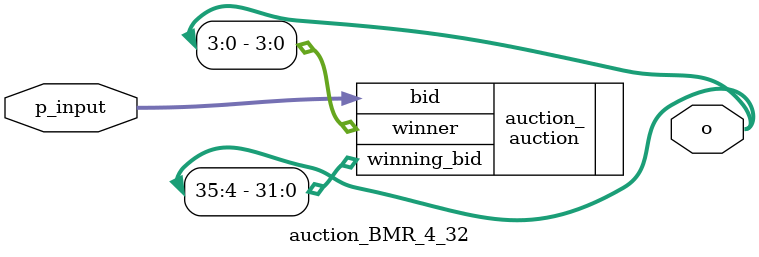
<source format=v>
module auction_BMR  //b = W, n = 2^N
#
(
	parameter N = 2, 
	parameter W = 16
) 
(
	input [(2**N)*W-1:0] p_input,
	output [N+W-1:0] o
);

auction #(.N(N), .W(W)) auction_ (.bid(p_input),.winning_bid(o[N+W-1:N]),.winner(o[N-1:0]));

endmodule

module auction_BMR_2_16 
#
(
	parameter N = 2, 
	parameter W = 16
) 
(
	input [(2**N)*W-1:0] p_input,
	output [N+W-1:0] o
);

auction #(.N(N), .W(W)) auction_ (.bid(p_input),.winning_bid(o[N+W-1:N]),.winner(o[N-1:0]));

endmodule 


module auction_BMR_2_32 
#
(
	parameter N = 2, 
	parameter W = 32
) 
(
	input [(2**N)*W-1:0] p_input,
	output [N+W-1:0] o
);

auction #(.N(N), .W(W)) auction_ (.bid(p_input),.winning_bid(o[N+W-1:N]),.winner(o[N-1:0]));

endmodule 


module auction_BMR_3_16 
#
(
	parameter N = 3, 
	parameter W = 16
) 
(
	input [(2**N)*W-1:0] p_input,
	output [N+W-1:0] o
);

auction #(.N(N), .W(W)) auction_ (.bid(p_input),.winning_bid(o[N+W-1:N]),.winner(o[N-1:0]));

endmodule 


module auction_BMR_3_32 
#
(
	parameter N = 3, 
	parameter W = 32
) 
(
	input [(2**N)*W-1:0] p_input,
	output [N+W-1:0] o
);

auction #(.N(N), .W(W)) auction_ (.bid(p_input),.winning_bid(o[N+W-1:N]),.winner(o[N-1:0]));

endmodule 


module auction_BMR_4_16 
#
(
	parameter N = 4, 
	parameter W = 16
) 
(
	input [(2**N)*W-1:0] p_input,
	output [N+W-1:0] o
);

auction #(.N(N), .W(W)) auction_ (.bid(p_input),.winning_bid(o[N+W-1:N]),.winner(o[N-1:0]));

endmodule 


module auction_BMR_4_32 
#
(
	parameter N = 4, 
	parameter W = 32
) 
(
	input [(2**N)*W-1:0] p_input,
	output [N+W-1:0] o
);

auction #(.N(N), .W(W)) auction_ (.bid(p_input),.winning_bid(o[N+W-1:N]),.winner(o[N-1:0]));

endmodule 



</source>
